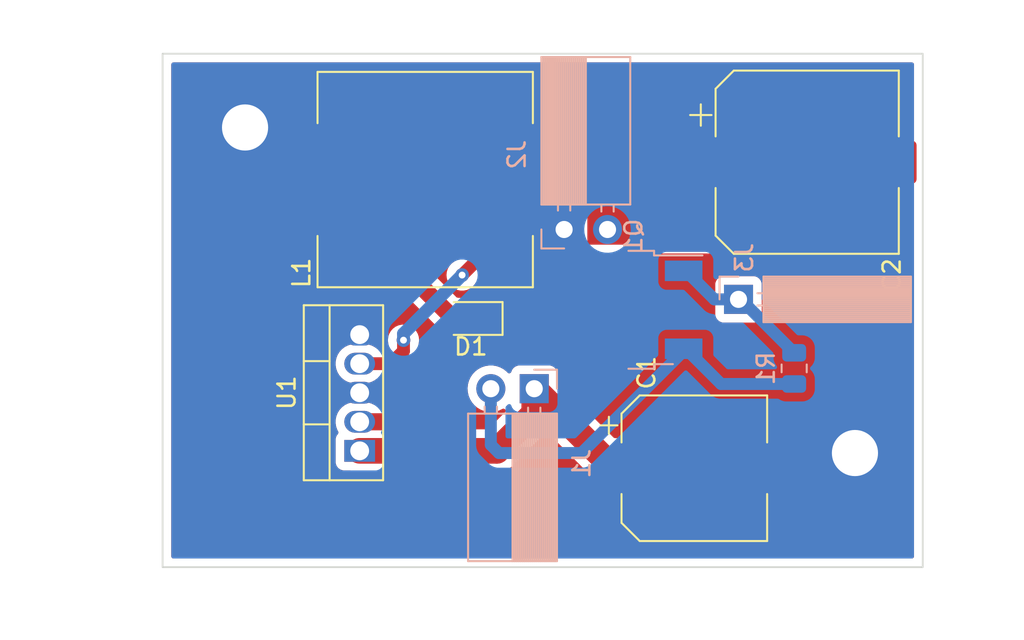
<source format=kicad_pcb>
(kicad_pcb (version 20211014) (generator pcbnew)
  (layers (0 "F.Cu" signal) (31 "B.Cu" signal) (34 "B.Paste" user) (35 "F.Paste" user) (36 "B.SilkS" user "B.Silkscreen") (37 "F.SilkS" user "F.Silkscreen") (38 "B.Mask" user) (39 "F.Mask" user) (44 "Edge.Cuts" user))
  (net 0 "")
  (net 1 "Net-(C1-Pad1)")
  (net 2 "GND")
  (net 3 "Net-(D1-Pad2)")
  (net 4 "+5V")
  (net 5 "Net-(J3-Pad1)")
  (net 6 "Net-(J1-Pad2)")
  (footprint "Capacitor_SMD:CP_Elec_8x10" (layer "F.Cu") (at 139.827 105.918)
    (fp_text reference "C1" (at -2.794 -5.588 90) (layer "F.SilkS"))
    (fp_text value "100µF")
    (fp_line (start -4.26 3.195563) (end -3.195563 4.26) (layer "F.SilkS") (width 0.12))
    (fp_line (start 4.26 4.26) (end 4.26 1.51) (layer "F.SilkS") (width 0.12))
    (fp_line (start -5 -3.01) (end -5 -2.01) (layer "F.SilkS") (width 0.12))
    (fp_line (start -3.195563 -4.26) (end 4.26 -4.26) (layer "F.SilkS") (width 0.12))
    (fp_line (start -3.195563 4.26) (end 4.26 4.26) (layer "F.SilkS") (width 0.12))
    (fp_line (start -4.26 -3.195563) (end -4.26 -1.51) (layer "F.SilkS") (width 0.12))
    (fp_line (start 4.26 -4.26) (end 4.26 -1.51) (layer "F.SilkS") (width 0.12))
    (fp_line (start -5.5 -2.51) (end -4.5 -2.51) (layer "F.SilkS") (width 0.12))
    (fp_line (start -4.26 3.195563) (end -4.26 1.51) (layer "F.SilkS") (width 0.12))
    (fp_line (start -4.26 -3.195563) (end -3.195563 -4.26) (layer "F.SilkS") (width 0.12))
    (pad "1" smd roundrect (at -3.25 0) (size 3.5 2.5) (layers "F.Cu" "F.Paste" "F.Mask") (roundrect_rratio 0.1) (net 1 "Net-(C1-Pad1)"))
    (pad "2" smd roundrect (at 3.25 0) (size 3.5 2.5) (layers "F.Cu" "F.Paste" "F.Mask") (roundrect_rratio 0.1) (net 2 "GND"))
  )
  (footprint "Capacitor_SMD:CP_Elec_10x10.5" (layer "F.Cu") (at 146.431 88.011)
    (fp_text reference "C2" (at 4.953 6.604 90) (layer "F.SilkS"))
    (fp_text value "330µF")
    (fp_line (start -5.36 -4.295563) (end -4.295563 -5.36) (layer "F.SilkS") (width 0.12))
    (fp_line (start 5.36 5.36) (end 5.36 1.51) (layer "F.SilkS") (width 0.12))
    (fp_line (start -6.225 -3.385) (end -6.225 -2.135) (layer "F.SilkS") (width 0.12))
    (fp_line (start -5.36 4.295563) (end -5.36 1.51) (layer "F.SilkS") (width 0.12))
    (fp_line (start -6.85 -2.76) (end -5.6 -2.76) (layer "F.SilkS") (width 0.12))
    (fp_line (start -5.36 4.295563) (end -4.295563 5.36) (layer "F.SilkS") (width 0.12))
    (fp_line (start -5.36 -4.295563) (end -5.36 -1.51) (layer "F.SilkS") (width 0.12))
    (fp_line (start -4.295563 -5.36) (end 5.36 -5.36) (layer "F.SilkS") (width 0.12))
    (fp_line (start -4.295563 5.36) (end 5.36 5.36) (layer "F.SilkS") (width 0.12))
    (fp_line (start 5.36 -5.36) (end 5.36 -1.51) (layer "F.SilkS") (width 0.12))
    (pad "1" smd roundrect (at -4.2 0) (size 4.4 2.5) (layers "F.Cu" "F.Paste" "F.Mask") (roundrect_rratio 0.1) (net 4 "+5V"))
    (pad "2" smd roundrect (at 4.2 0) (size 4.4 2.5) (layers "F.Cu" "F.Paste" "F.Mask") (roundrect_rratio 0.1) (net 2 "GND"))
  )
  (footprint "Inductor_SMD:L_12x12mm_H8mm" (layer "F.Cu") (at 124.079 89.027)
    (fp_text reference "L1" (at -7.239 5.461 90) (layer "F.SilkS"))
    (fp_text value "330µH")
    (fp_line (start -6.3 -3.3) (end -6.3 -6.3) (layer "F.SilkS") (width 0.12))
    (fp_line (start 6.3 -6.3) (end 6.3 -3.3) (layer "F.SilkS") (width 0.12))
    (fp_line (start -6.3 6.3) (end -6.3 3.3) (layer "F.SilkS") (width 0.12))
    (fp_line (start -6.3 -6.3) (end 6.3 -6.3) (layer "F.SilkS") (width 0.12))
    (fp_line (start 6.3 6.3) (end -6.3 6.3) (layer "F.SilkS") (width 0.12))
    (fp_line (start 6.3 3.3) (end 6.3 6.3) (layer "F.SilkS") (width 0.12))
    (pad "1" smd rect (at -4.95 0) (size 2.9 5.4) (layers "F.Cu" "F.Paste" "F.Mask") (net 3 "Net-(D1-Pad2)"))
    (pad "2" smd rect (at 4.95 0) (size 2.9 5.4) (layers "F.Cu" "F.Paste" "F.Mask") (net 4 "+5V"))
  )
  (footprint "MountingHole:MountingHole_2.7mm_M2.5_Pad" (layer "F.Cu") (at 113.538 85.979)
    (fp_text reference "H2" hide)
    (fp_text value "MountingHole_Pad")
    (pad "1" thru_hole circle (at 0 0) (size 5.4 5.4) (drill 2.7) (layers *.Cu *.Mask) (net 2 "GND"))
  )
  (footprint "MountingHole:MountingHole_2.7mm_M2.5_Pad" (layer "F.Cu") (at 149.225 105.029 90)
    (fp_text reference "H1" hide)
    (fp_text value "MountingHole_Pad")
    (pad "1" thru_hole circle (at 0 0 90) (size 5.4 5.4) (drill 2.7) (layers *.Cu *.Mask) (net 2 "GND"))
  )
  (footprint "Diode_SMD:D_0805_2012Metric_Pad1.15x1.40mm_HandSolder" (layer "F.Cu") (at 126.746 97.155 180)
    (fp_text reference "D1" (at 0 -1.65) (layer "F.SilkS"))
    (fp_text value "1N4148")
    (fp_line (start 1 -0.96) (end -1.86 -0.96) (layer "F.SilkS") (width 0.12))
    (fp_line (start -1.86 0.96) (end 1 0.96) (layer "F.SilkS") (width 0.12))
    (fp_line (start -1.86 -0.96) (end -1.86 0.96) (layer "F.SilkS") (width 0.12))
    (pad "1" smd roundrect (at -1.025 0 180) (size 1.15 1.4) (layers "F.Cu" "F.Paste" "F.Mask") (roundrect_rratio 0.217391) (net 2 "GND"))
    (pad "2" smd roundrect (at 1.025 0 180) (size 1.15 1.4) (layers "F.Cu" "F.Paste" "F.Mask") (roundrect_rratio 0.217391) (net 3 "Net-(D1-Pad2)"))
  )
  (footprint "Package_TO_SOT_THT:TO-220-5_Vertical" (layer "F.Cu") (at 120.245 104.9 90)
    (fp_text reference "U1" (at 3.4 -4.27 90) (layer "F.SilkS"))
    (fp_text value "LM2575-5.0BT")
    (fp_line (start -1.721 1.371) (end 8.52 1.371) (layer "F.SilkS") (width 0.12))
    (fp_line (start 1.55 -3.27) (end 1.55 -1.76) (layer "F.SilkS") (width 0.12))
    (fp_line (start 8.52 -3.27) (end 8.52 1.371) (layer "F.SilkS") (width 0.12))
    (fp_line (start 5.25 -3.27) (end 5.25 -1.76) (layer "F.SilkS") (width 0.12))
    (fp_line (start -1.721 -3.27) (end 8.52 -3.27) (layer "F.SilkS") (width 0.12))
    (fp_line (start -1.721 -1.76) (end 8.52 -1.76) (layer "F.SilkS") (width 0.12))
    (fp_line (start -1.721 -3.27) (end -1.721 1.371) (layer "F.SilkS") (width 0.12))
    (pad "1" thru_hole rect (at 0 0 90) (size 1.275 1.8) (drill 1.1) (layers *.Cu *.Mask) (net 1 "Net-(C1-Pad1)"))
    (pad "2" thru_hole oval (at 1.7 0 90) (size 1.275 1.8) (drill 1.1) (layers *.Cu *.Mask) (net 3 "Net-(D1-Pad2)"))
    (pad "3" thru_hole oval (at 3.4 0 90) (size 1.275 1.8) (drill 1.1) (layers *.Cu *.Mask) (net 2 "GND"))
    (pad "4" thru_hole oval (at 5.1 0 90) (size 1.275 1.8) (drill 1.1) (layers *.Cu *.Mask) (net 4 "+5V"))
    (pad "5" thru_hole oval (at 6.8 0 90) (size 1.275 1.8) (drill 1.1) (layers *.Cu *.Mask) (net 2 "GND"))
  )
  (footprint "Package_TO_SOT_SMD:TO-252-2" (layer "B.Cu") (at 135.001 96.647 180)
    (fp_text reference "Q1" (at -1.27 4.318 270) (layer "B.SilkS") (effects (justify mirror)))
    (fp_text value "QM6006D")
    (fp_line (start -0.97 -3.45) (end -2.47 -3.45) (layer "B.SilkS") (width 0.12))
    (fp_line (start -2.47 -3.45) (end -2.47 -3.18) (layer "B.SilkS") (width 0.12))
    (fp_line (start -0.97 3.45) (end -2.47 3.45) (layer "B.SilkS") (width 0.12))
    (fp_line (start -2.47 3.18) (end -5.3 3.18) (layer "B.SilkS") (width 0.12))
    (fp_line (start -2.47 -3.18) (end -3.57 -3.18) (layer "B.SilkS") (width 0.12))
    (fp_line (start -2.47 3.45) (end -2.47 3.18) (layer "B.SilkS") (width 0.12))
    (pad "1" smd rect (at -4.2 2.28 180) (size 2.2 1.2) (layers "B.Cu" "B.Paste" "B.Mask") (net 5 "Net-(J3-Pad1)"))
    (pad "2" smd rect (at 2.1 0 180) (size 6.4 5.8) (layers "B.Cu" "B.Mask") (net 2 "GND"))
    (pad "3" smd rect (at -4.2 -2.28 180) (size 2.2 1.2) (layers "B.Cu" "B.Paste" "B.Mask") (net 6 "Net-(J1-Pad2)"))
  )
  (footprint "Connector_PinSocket_2.54mm:PinSocket_1x02_P2.54mm_Horizontal" (layer "B.Cu") (at 130.459 101.264 90)
    (fp_text reference "J1" (at -4.38 2.77 90) (layer "B.SilkS") (effects (justify mirror)))
    (fp_text value "UBat 38V")
    (fp_line (start -1.46 -2.18) (end -1.05 -2.18) (layer "B.SilkS") (width 0.12))
    (fp_line (start -10.09 -0.20714) (end -1.46 -0.20714) (layer "B.SilkS") (width 0.12))
    (fp_line (start -10.09 0.619525) (end -1.46 0.619525) (layer "B.SilkS") (width 0.12))
    (fp_line (start -10.09 -1.033805) (end -1.46 -1.033805) (layer "B.SilkS") (width 0.12))
    (fp_line (start -10.09 -0.797615) (end -1.46 -0.797615) (layer "B.SilkS") (width 0.12))
    (fp_line (start -10.09 -3.87) (end -1.46 -3.87) (layer "B.SilkS") (width 0.12))
    (fp_line (start -10.09 -1.27) (end -1.46 -1.27) (layer "B.SilkS") (width 0.12))
    (fp_line (start -10.09 0.383335) (end -1.46 0.383335) (layer "B.SilkS") (width 0.12))
    (fp_line (start -10.09 0.97381) (end -1.46 0.97381) (layer "B.SilkS") (width 0.12))
    (fp_line (start -10.09 0.50143) (end -1.46 0.50143) (layer "B.SilkS") (width 0.12))
    (fp_line (start -1.46 -0.36) (end -1.11 -0.36) (layer "B.SilkS") (width 0.12))
    (fp_line (start 1.11 1.33) (end 1.11 0) (layer "B.SilkS") (width 0.12))
    (fp_line (start -1.46 -2.9) (end -1.05 -2.9) (layer "B.SilkS") (width 0.12))
    (fp_line (start -10.09 0.73762) (end -1.46 0.73762) (layer "B.SilkS") (width 0.12))
    (fp_line (start -10.09 -0.91571) (end -1.46 -0.91571) (layer "B.SilkS") (width 0.12))
    (fp_line (start -1.46 0.36) (end -1.11 0.36) (layer "B.SilkS") (width 0.12))
    (fp_line (start 0 1.33) (end 1.11 1.33) (layer "B.SilkS") (width 0.12))
    (fp_line (start -10.09 1.21) (end -1.46 1.21) (layer "B.SilkS") (width 0.12))
    (fp_line (start -10.09 1.33) (end -1.46 1.33) (layer "B.SilkS") (width 0.12))
    (fp_line (start -10.09 -0.44333) (end -1.46 -0.44333) (layer "B.SilkS") (width 0.12))
    (fp_line (start -10.09 -0.325235) (end -1.46 -0.325235) (layer "B.SilkS") (width 0.12))
    (fp_line (start -10.09 0.855715) (end -1.46 0.855715) (layer "B.SilkS") (width 0.12))
    (fp_line (start -10.09 1.091905) (end -1.46 1.091905) (layer "B.SilkS") (width 0.12))
    (fp_line (start -10.09 0.26524) (end -1.46 0.26524) (layer "B.SilkS") (width 0.12))
    (fp_line (start -10.09 0.02905) (end -1.46 0.02905) (layer "B.SilkS") (width 0.12))
    (fp_line (start -10.09 -0.67952) (end -1.46 -0.67952) (layer "B.SilkS") (width 0.12))
    (fp_line (start -10.09 0.147145) (end -1.46 0.147145) (layer "B.SilkS") (width 0.12))
    (fp_line (start -10.09 1.33) (end -10.09 -3.87) (layer "B.SilkS") (width 0.12))
    (fp_line (start -1.46 1.33) (end -1.46 -3.87) (layer "B.SilkS") (width 0.12))
    (fp_line (start -10.09 -0.561425) (end -1.46 -0.561425) (layer "B.SilkS") (width 0.12))
    (fp_line (start -10.09 -1.1519) (end -1.46 -1.1519) (layer "B.SilkS") (width 0.12))
    (fp_line (start -10.09 -0.089045) (end -1.46 -0.089045) (layer "B.SilkS") (width 0.12))
    (pad "1" thru_hole rect (at 0 0 90) (size 1.7 1.7) (drill 1) (layers *.Cu *.Mask) (net 1 "Net-(C1-Pad1)"))
    (pad "2" thru_hole oval (at 0 -2.54 90) (size 1.7 1.7) (drill 1) (layers *.Cu *.Mask) (net 6 "Net-(J1-Pad2)"))
  )
  (footprint "Connector_PinSocket_2.54mm:PinSocket_1x01_P2.54mm_Horizontal" (layer "B.Cu") (at 142.412 96.037 180)
    (fp_text reference "J3" (at -0.336 2.438 270) (layer "B.SilkS") (effects (justify mirror)))
    (fp_text value "Zündung")
    (fp_line (start -10.09 0.28636) (end -1.46 0.28636) (layer "B.SilkS") (width 0.12))
    (fp_line (start -10.09 1.21) (end -1.46 1.21) (layer "B.SilkS") (width 0.12))
    (fp_line (start -10.09 -0.40637) (end -1.46 -0.40637) (layer "B.SilkS") (width 0.12))
    (fp_line (start -10.09 0.401815) (end -1.46 0.401815) (layer "B.SilkS") (width 0.12))
    (fp_line (start -10.09 -1.214555) (end -1.46 -1.214555) (layer "B.SilkS") (width 0.12))
    (fp_line (start -10.09 -0.752735) (end -1.46 -0.752735) (layer "B.SilkS") (width 0.12))
    (fp_line (start -1.46 -0.36) (end -1.11 -0.36) (layer "B.SilkS") (width 0.12))
    (fp_line (start -10.09 -1.33) (end -1.46 -1.33) (layer "B.SilkS") (width 0.12))
    (fp_line (start -10.09 1.33) (end -1.46 1.33) (layer "B.SilkS") (width 0.12))
    (fp_line (start -10.09 -0.060005) (end -1.46 -0.060005) (layer "B.SilkS") (width 0.12))
    (fp_line (start -1.46 0.36) (end -1.11 0.36) (layer "B.SilkS") (width 0.12))
    (fp_line (start -10.09 0.51727) (end -1.46 0.51727) (layer "B.SilkS") (width 0.12))
    (fp_line (start -10.09 0.632725) (end -1.46 0.632725) (layer "B.SilkS") (width 0.12))
    (fp_line (start -10.09 -0.521825) (end -1.46 -0.521825) (layer "B.SilkS") (width 0.12))
    (fp_line (start -10.09 -0.290915) (end -1.46 -0.290915) (layer "B.SilkS") (width 0.12))
    (fp_line (start -10.09 0.74818) (end -1.46 0.74818) (layer "B.SilkS") (width 0.12))
    (fp_line (start 1.11 1.33) (end 1.11 0) (layer "B.SilkS") (width 0.12))
    (fp_line (start -10.09 -0.63728) (end -1.46 -0.63728) (layer "B.SilkS") (width 0.12))
    (fp_line (start -10.09 1.33) (end -10.09 -1.33) (layer "B.SilkS") (width 0.12))
    (fp_line (start -10.09 -1.0991) (end -1.46 -1.0991) (layer "B.SilkS") (width 0.12))
    (fp_line (start -10.09 0.170905) (end -1.46 0.170905) (layer "B.SilkS") (width 0.12))
    (fp_line (start -10.09 0.863635) (end -1.46 0.863635) (layer "B.SilkS") (width 0.12))
    (fp_line (start -10.09 1.094545) (end -1.46 1.094545) (layer "B.SilkS") (width 0.12))
    (fp_line (start -10.09 -0.86819) (end -1.46 -0.86819) (layer "B.SilkS") (width 0.12))
    (fp_line (start -10.09 -0.983645) (end -1.46 -0.983645) (layer "B.SilkS") (width 0.12))
    (fp_line (start -10.09 -0.17546) (end -1.46 -0.17546) (layer "B.SilkS") (width 0.12))
    (fp_line (start -10.09 0.97909) (end -1.46 0.97909) (layer "B.SilkS") (width 0.12))
    (fp_line (start -1.46 1.33) (end -1.46 -1.33) (layer "B.SilkS") (width 0.12))
    (fp_line (start 0 1.33) (end 1.11 1.33) (layer "B.SilkS") (width 0.12))
    (fp_line (start -10.09 0.05545) (end -1.46 0.05545) (layer "B.SilkS") (width 0.12))
    (pad "1" thru_hole rect (at 0 0 180) (size 1.7 1.7) (drill 1) (layers *.Cu *.Mask) (net 5 "Net-(J3-Pad1)"))
  )
  (footprint "Resistor_SMD:R_0805_2012Metric" (layer "B.Cu") (at 145.669 100.076 -90)
    (fp_text reference "R1" (at 0 1.65 90) (layer "B.SilkS") (effects (justify mirror)))
    (fp_text value "100k")
    (fp_line (start -0.227064 -0.735) (end 0.227064 -0.735) (layer "B.SilkS") (width 0.12))
    (fp_line (start -0.227064 0.735) (end 0.227064 0.735) (layer "B.SilkS") (width 0.12))
    (pad "1" smd roundrect (at -0.9125 0 270) (size 1.025 1.4) (layers "B.Cu" "B.Paste" "B.Mask") (roundrect_rratio 0.243902) (net 5 "Net-(J3-Pad1)"))
    (pad "2" smd roundrect (at 0.9125 0 270) (size 1.025 1.4) (layers "B.Cu" "B.Paste" "B.Mask") (roundrect_rratio 0.243902) (net 6 "Net-(J1-Pad2)"))
  )
  (footprint "Connector_PinSocket_2.54mm:PinSocket_1x02_P2.54mm_Horizontal" (layer "B.Cu") (at 132.207 91.948 -90)
    (fp_text reference "J2" (at -4.38 2.77 90) (layer "B.SilkS") (effects (justify mirror)))
    (fp_text value "Uout 5V")
    (fp_line (start -10.09 1.33) (end -1.46 1.33) (layer "B.SilkS") (width 0.12))
    (fp_line (start -10.09 -1.27) (end -1.46 -1.27) (layer "B.SilkS") (width 0.12))
    (fp_line (start -10.09 -0.91571) (end -1.46 -0.91571) (layer "B.SilkS") (width 0.12))
    (fp_line (start -10.09 0.383335) (end -1.46 0.383335) (layer "B.SilkS") (width 0.12))
    (fp_line (start -1.46 -2.18) (end -1.05 -2.18) (layer "B.SilkS") (width 0.12))
    (fp_line (start -10.09 -0.797615) (end -1.46 -0.797615) (layer "B.SilkS") (width 0.12))
    (fp_line (start -10.09 -1.033805) (end -1.46 -1.033805) (layer "B.SilkS") (width 0.12))
    (fp_line (start -10.09 0.619525) (end -1.46 0.619525) (layer "B.SilkS") (width 0.12))
    (fp_line (start -10.09 0.73762) (end -1.46 0.73762) (layer "B.SilkS") (width 0.12))
    (fp_line (start -1.46 1.33) (end -1.46 -3.87) (layer "B.SilkS") (width 0.12))
    (fp_line (start -10.09 -0.44333) (end -1.46 -0.44333) (layer "B.SilkS") (width 0.12))
    (fp_line (start -1.46 -2.9) (end -1.05 -2.9) (layer "B.SilkS") (width 0.12))
    (fp_line (start -10.09 -0.561425) (end -1.46 -0.561425) (layer "B.SilkS") (width 0.12))
    (fp_line (start -10.09 0.855715) (end -1.46 0.855715) (layer "B.SilkS") (width 0.12))
    (fp_line (start -1.46 -0.36) (end -1.11 -0.36) (layer "B.SilkS") (width 0.12))
    (fp_line (start 1.11 1.33) (end 1.11 0) (layer "B.SilkS") (width 0.12))
    (fp_line (start -10.09 -0.20714) (end -1.46 -0.20714) (layer "B.SilkS") (width 0.12))
    (fp_line (start 0 1.33) (end 1.11 1.33) (layer "B.SilkS") (width 0.12))
    (fp_line (start -10.09 1.091905) (end -1.46 1.091905) (layer "B.SilkS") (width 0.12))
    (fp_line (start -10.09 0.147145) (end -1.46 0.147145) (layer "B.SilkS") (width 0.12))
    (fp_line (start -10.09 -0.089045) (end -1.46 -0.089045) (layer "B.SilkS") (width 0.12))
    (fp_line (start -10.09 0.50143) (end -1.46 0.50143) (layer "B.SilkS") (width 0.12))
    (fp_line (start -10.09 1.33) (end -10.09 -3.87) (layer "B.SilkS") (width 0.12))
    (fp_line (start -10.09 0.26524) (end -1.46 0.26524) (layer "B.SilkS") (width 0.12))
    (fp_line (start -10.09 -0.67952) (end -1.46 -0.67952) (layer "B.SilkS") (width 0.12))
    (fp_line (start -10.09 1.21) (end -1.46 1.21) (layer "B.SilkS") (width 0.12))
    (fp_line (start -1.46 0.36) (end -1.11 0.36) (layer "B.SilkS") (width 0.12))
    (fp_line (start -10.09 -1.1519) (end -1.46 -1.1519) (layer "B.SilkS") (width 0.12))
    (fp_line (start -10.09 0.02905) (end -1.46 0.02905) (layer "B.SilkS") (width 0.12))
    (fp_line (start -10.09 -0.325235) (end -1.46 -0.325235) (layer "B.SilkS") (width 0.12))
    (fp_line (start -10.09 -3.87) (end -1.46 -3.87) (layer "B.SilkS") (width 0.12))
    (fp_line (start -10.09 0.97381) (end -1.46 0.97381) (layer "B.SilkS") (width 0.12))
    (pad "1" thru_hole rect (at 0 0 270) (size 1.7 1.7) (drill 1) (layers *.Cu *.Mask) (net 2 "GND"))
    (pad "2" thru_hole oval (at 0 -2.54 270) (size 1.7 1.7) (drill 1) (layers *.Cu *.Mask) (net 4 "+5V"))
  )
  (gr_rect (start 108.712 81.661) (end 153.19 111.709) (layer "Edge.Cuts") (width 0.1) (fill none))
  (segment (start 120.245 104.9) (end 128.272 104.9) (width 1.5) (layer "F.Cu") (net 1))
  (segment (start 128.272 104.9) (end 130.459 102.713) (width 1.5) (layer "F.Cu") (net 1))
  (segment (start 136.577 105.918) (end 135.113 105.918) (width 1.5) (layer "F.Cu") (net 1))
  (segment (start 130.459 102.713) (end 130.459 101.264) (width 1.5) (layer "F.Cu") (net 1))
  (segment (start 135.113 105.918) (end 130.459 101.264) (width 1.5) (layer "F.Cu") (net 1))
  (segment (start 121.844 103.2) (end 125.721 99.323) (width 1) (layer "F.Cu") (net 3))
  (segment (start 125.721 99.323) (end 125.721 97.155) (width 1) (layer "F.Cu") (net 3))
  (segment (start 120.245 103.2) (end 121.844 103.2) (width 1) (layer "F.Cu") (net 3))
  (segment (start 119.129 90.563) (end 119.129 89.027) (width 1) (layer "F.Cu") (net 3))
  (segment (start 125.721 97.155) (end 119.129 90.563) (width 1) (layer "F.Cu") (net 3))
  (segment (start 129.029 91.824) (end 129.029 89.027) (width 0.75) (layer "F.Cu") (net 4))
  (segment (start 126.238 94.615) (end 129.029 91.824) (width 0.75) (layer "F.Cu") (net 4))
  (segment (start 122.069 99.8) (end 120.245 99.8) (width 0.75) (layer "F.Cu") (net 4))
  (segment (start 122.809 98.425) (end 122.809 99.06) (width 0.75) (layer "F.Cu") (net 4))
  (segment (start 122.809 99.06) (end 122.069 99.8) (width 0.75) (layer "F.Cu") (net 4))
  (via (at 122.809 98.425) (size 0.8) (drill 0.4) (layers "F.Cu" "B.Cu") (net 4))
  (via (at 126.238 94.615) (size 0.8) (drill 0.4) (layers "F.Cu" "B.Cu") (net 4))
  (segment (start 122.809 98.044) (end 126.238 94.615) (width 0.75) (layer "B.Cu") (net 4))
  (segment (start 122.809 98.425) (end 122.809 98.044) (width 0.75) (layer "B.Cu") (net 4))
  (segment (start 142.5425 96.037) (end 145.669 99.1635) (width 0.7) (layer "B.Cu") (net 5))
  (segment (start 142.412 96.037) (end 142.5425 96.037) (width 0.7) (layer "B.Cu") (net 5))
  (segment (start 142.412 96.037) (end 140.998 96.037) (width 0.7) (layer "B.Cu") (net 5))
  (segment (start 140.998 96.037) (end 139.328 94.367) (width 0.7) (layer "B.Cu") (net 5))
  (segment (start 141.3895 100.9885) (end 139.328 98.927) (width 0.7) (layer "B.Cu") (net 6))
  (segment (start 133.226 105.029) (end 139.328 98.927) (width 0.7) (layer "B.Cu") (net 6))
  (segment (start 127.919 101.264) (end 127.919 104.551) (width 0.7) (layer "B.Cu") (net 6))
  (segment (start 128.397 105.029) (end 133.226 105.029) (width 0.7) (layer "B.Cu") (net 6))
  (segment (start 145.669 100.9885) (end 141.3895 100.9885) (width 0.7) (layer "B.Cu") (net 6))
  (segment (start 127.919 104.551) (end 128.397 105.029) (width 0.7) (layer "B.Cu") (net 6))
  (zone (net 4) (net_name "+5V") (layer "F.Cu") (priority 1) (connect_pads yes (clearance 0.508)) (min_thickness 0.254) (fill yes (thermal_gap 0.508) (thermal_bridge_width 0.508))
    (polygon (pts (xy 141.732 92.837) (xy 127 92.837) (xy 127 84.963) (xy 141.732 84.963)))
  )
  (zone (net 2) (net_name "GND") (layers F&B.Cu) (connect_pads yes (clearance 0.508)) (min_thickness 0.254) (fill yes (thermal_gap 0.508) (thermal_bridge_width 0.508))
    (polygon (pts (xy 153.398279 111.600338) (xy 108.849984 111.722251) (xy 108.966679 81.62328) (xy 153.260974 81.628367)))
  )
)
</source>
